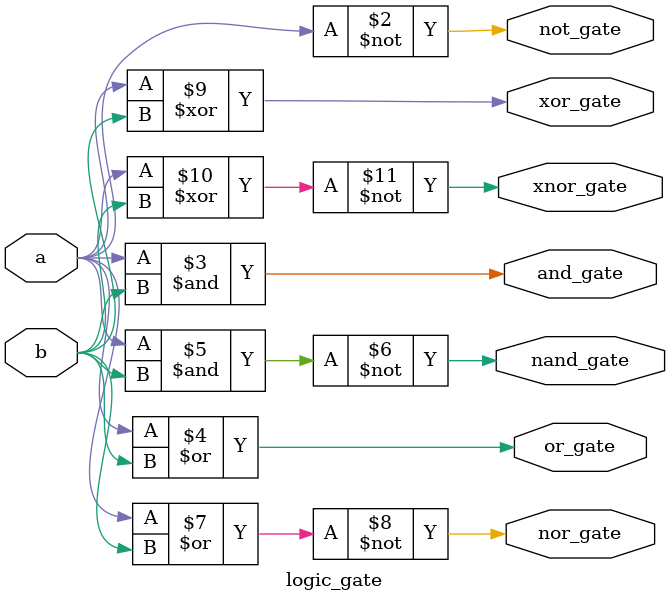
<source format=v>
`timescale 1ns / 1ps


module logic_gate(
input a, b,
output reg not_gate,
output reg and_gate,
output reg or_gate,
output reg nand_gate,
output reg nor_gate,
output reg xor_gate,
output reg xnor_gate
    );
    
always @(*) begin
not_gate = ~a;
and_gate = a&b;
or_gate = a|b;
nand_gate = ~(a&b);
nor_gate = ~(a|b);
xor_gate = a^b;
xnor_gate = ~(a^b);
end
endmodule
</source>
